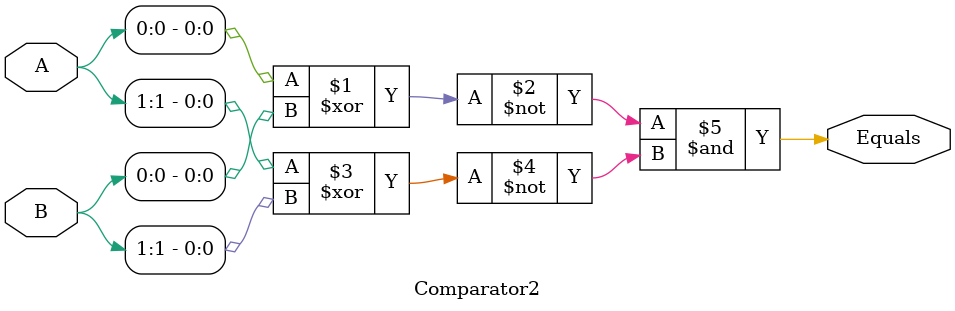
<source format=v>
  	                                            		
module Comparator2(A, B, Equals);
   input[1:0] A, B;
   output reg Equals;
	assign Equals = ~(A[0] ^ B[0]) & ~( A[1] ^ B[1]);   		
                   	          	
// student code here


endmodule // Comparator2 




    
</source>
